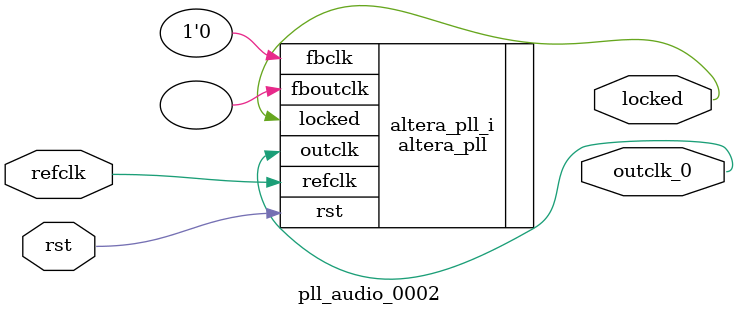
<source format=v>

`timescale 1ns/10ps
module  pll_audio_0002(

	// interface 'refclk'
	input wire refclk,

	// interface 'reset'
	input wire rst,

	// interface 'outclk0'
	output wire outclk_0,

	// interface 'locked'
	output wire locked
);

	altera_pll #(
		.fractional_vco_multiplier("true"),
		.reference_clock_frequency("50.0 MHz"),
		.operation_mode("direct"),
		.number_of_clocks(1),
		.output_clock_frequency0("24.576000 MHz"),
		.phase_shift0("0 ps"),
		.duty_cycle0(50),
		.output_clock_frequency1("0 MHz"),
		.phase_shift1("0 ps"),
		.duty_cycle1(50),
		.output_clock_frequency2("0 MHz"),
		.phase_shift2("0 ps"),
		.duty_cycle2(50),
		.output_clock_frequency3("0 MHz"),
		.phase_shift3("0 ps"),
		.duty_cycle3(50),
		.output_clock_frequency4("0 MHz"),
		.phase_shift4("0 ps"),
		.duty_cycle4(50),
		.output_clock_frequency5("0 MHz"),
		.phase_shift5("0 ps"),
		.duty_cycle5(50),
		.output_clock_frequency6("0 MHz"),
		.phase_shift6("0 ps"),
		.duty_cycle6(50),
		.output_clock_frequency7("0 MHz"),
		.phase_shift7("0 ps"),
		.duty_cycle7(50),
		.output_clock_frequency8("0 MHz"),
		.phase_shift8("0 ps"),
		.duty_cycle8(50),
		.output_clock_frequency9("0 MHz"),
		.phase_shift9("0 ps"),
		.duty_cycle9(50),
		.output_clock_frequency10("0 MHz"),
		.phase_shift10("0 ps"),
		.duty_cycle10(50),
		.output_clock_frequency11("0 MHz"),
		.phase_shift11("0 ps"),
		.duty_cycle11(50),
		.output_clock_frequency12("0 MHz"),
		.phase_shift12("0 ps"),
		.duty_cycle12(50),
		.output_clock_frequency13("0 MHz"),
		.phase_shift13("0 ps"),
		.duty_cycle13(50),
		.output_clock_frequency14("0 MHz"),
		.phase_shift14("0 ps"),
		.duty_cycle14(50),
		.output_clock_frequency15("0 MHz"),
		.phase_shift15("0 ps"),
		.duty_cycle15(50),
		.output_clock_frequency16("0 MHz"),
		.phase_shift16("0 ps"),
		.duty_cycle16(50),
		.output_clock_frequency17("0 MHz"),
		.phase_shift17("0 ps"),
		.duty_cycle17(50),
		.pll_type("General"),
		.pll_subtype("General")
	) altera_pll_i (
		.rst	(rst),
		.outclk	({outclk_0}),
		.locked	(locked),
		.fboutclk	( ),
		.fbclk	(1'b0),
		.refclk	(refclk)
	);
endmodule


</source>
